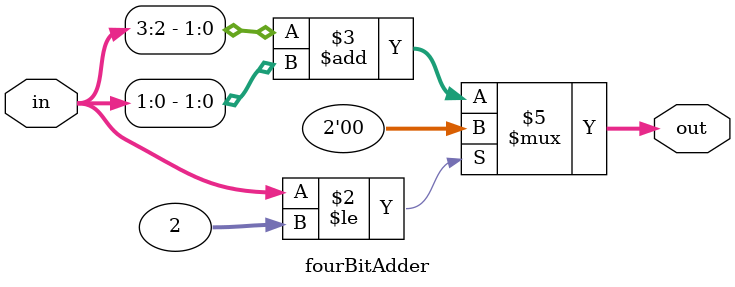
<source format=v>
module fourBitAdder(input [3:0] in, output reg [1:0] out);

    always @(*) begin
        if(in <= 2) begin
            out <= 2'b00;
        end else begin
            out <= {in[3:2] + in[1:0]};
        end
    end

endmodule
</source>
